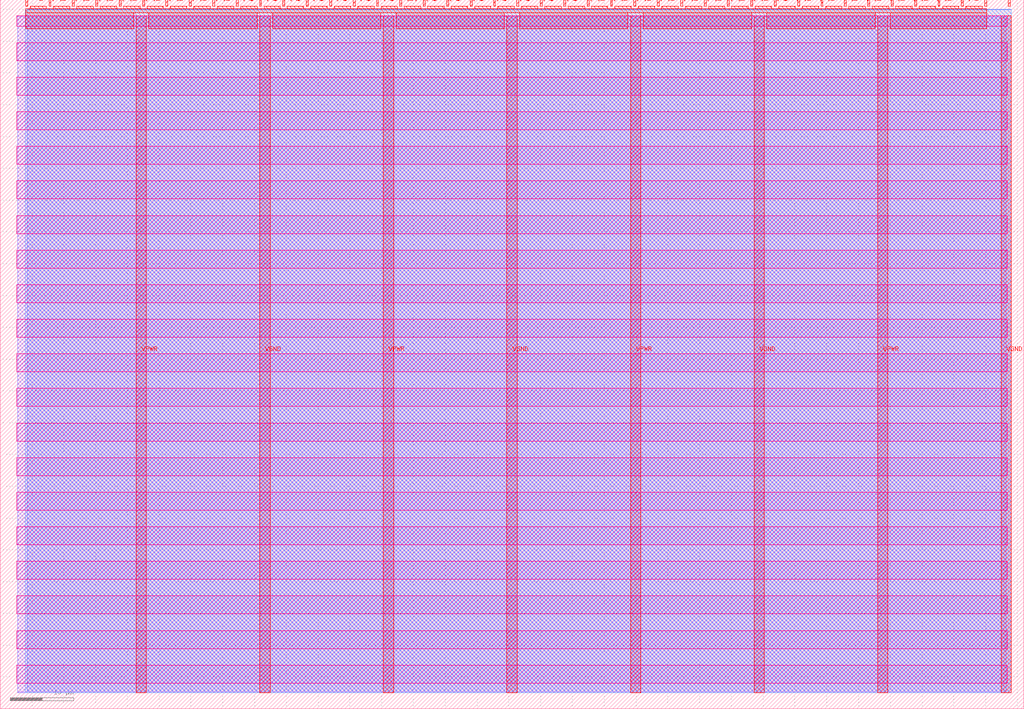
<source format=lef>
VERSION 5.7 ;
  NOWIREEXTENSIONATPIN ON ;
  DIVIDERCHAR "/" ;
  BUSBITCHARS "[]" ;
MACRO tt_um_wokwi_395055351144787969
  CLASS BLOCK ;
  FOREIGN tt_um_wokwi_395055351144787969 ;
  ORIGIN 0.000 0.000 ;
  SIZE 161.000 BY 111.520 ;
  PIN VGND
    DIRECTION INOUT ;
    USE GROUND ;
    PORT
      LAYER met4 ;
        RECT 40.830 2.480 42.430 109.040 ;
    END
    PORT
      LAYER met4 ;
        RECT 79.700 2.480 81.300 109.040 ;
    END
    PORT
      LAYER met4 ;
        RECT 118.570 2.480 120.170 109.040 ;
    END
    PORT
      LAYER met4 ;
        RECT 157.440 2.480 159.040 109.040 ;
    END
  END VGND
  PIN VPWR
    DIRECTION INOUT ;
    USE POWER ;
    PORT
      LAYER met4 ;
        RECT 21.395 2.480 22.995 109.040 ;
    END
    PORT
      LAYER met4 ;
        RECT 60.265 2.480 61.865 109.040 ;
    END
    PORT
      LAYER met4 ;
        RECT 99.135 2.480 100.735 109.040 ;
    END
    PORT
      LAYER met4 ;
        RECT 138.005 2.480 139.605 109.040 ;
    END
  END VPWR
  PIN clk
    DIRECTION INPUT ;
    USE SIGNAL ;
    ANTENNAGATEAREA 0.852000 ;
    PORT
      LAYER met4 ;
        RECT 154.870 110.520 155.170 111.520 ;
    END
  END clk
  PIN ena
    DIRECTION INPUT ;
    USE SIGNAL ;
    PORT
      LAYER met4 ;
        RECT 158.550 110.520 158.850 111.520 ;
    END
  END ena
  PIN rst_n
    DIRECTION INPUT ;
    USE SIGNAL ;
    PORT
      LAYER met4 ;
        RECT 151.190 110.520 151.490 111.520 ;
    END
  END rst_n
  PIN ui_in[0]
    DIRECTION INPUT ;
    USE SIGNAL ;
    ANTENNAGATEAREA 0.196500 ;
    PORT
      LAYER met4 ;
        RECT 147.510 110.520 147.810 111.520 ;
    END
  END ui_in[0]
  PIN ui_in[1]
    DIRECTION INPUT ;
    USE SIGNAL ;
    ANTENNAGATEAREA 0.196500 ;
    PORT
      LAYER met4 ;
        RECT 143.830 110.520 144.130 111.520 ;
    END
  END ui_in[1]
  PIN ui_in[2]
    DIRECTION INPUT ;
    USE SIGNAL ;
    PORT
      LAYER met4 ;
        RECT 140.150 110.520 140.450 111.520 ;
    END
  END ui_in[2]
  PIN ui_in[3]
    DIRECTION INPUT ;
    USE SIGNAL ;
    PORT
      LAYER met4 ;
        RECT 136.470 110.520 136.770 111.520 ;
    END
  END ui_in[3]
  PIN ui_in[4]
    DIRECTION INPUT ;
    USE SIGNAL ;
    PORT
      LAYER met4 ;
        RECT 132.790 110.520 133.090 111.520 ;
    END
  END ui_in[4]
  PIN ui_in[5]
    DIRECTION INPUT ;
    USE SIGNAL ;
    PORT
      LAYER met4 ;
        RECT 129.110 110.520 129.410 111.520 ;
    END
  END ui_in[5]
  PIN ui_in[6]
    DIRECTION INPUT ;
    USE SIGNAL ;
    PORT
      LAYER met4 ;
        RECT 125.430 110.520 125.730 111.520 ;
    END
  END ui_in[6]
  PIN ui_in[7]
    DIRECTION INPUT ;
    USE SIGNAL ;
    PORT
      LAYER met4 ;
        RECT 121.750 110.520 122.050 111.520 ;
    END
  END ui_in[7]
  PIN uio_in[0]
    DIRECTION INPUT ;
    USE SIGNAL ;
    PORT
      LAYER met4 ;
        RECT 118.070 110.520 118.370 111.520 ;
    END
  END uio_in[0]
  PIN uio_in[1]
    DIRECTION INPUT ;
    USE SIGNAL ;
    PORT
      LAYER met4 ;
        RECT 114.390 110.520 114.690 111.520 ;
    END
  END uio_in[1]
  PIN uio_in[2]
    DIRECTION INPUT ;
    USE SIGNAL ;
    PORT
      LAYER met4 ;
        RECT 110.710 110.520 111.010 111.520 ;
    END
  END uio_in[2]
  PIN uio_in[3]
    DIRECTION INPUT ;
    USE SIGNAL ;
    PORT
      LAYER met4 ;
        RECT 107.030 110.520 107.330 111.520 ;
    END
  END uio_in[3]
  PIN uio_in[4]
    DIRECTION INPUT ;
    USE SIGNAL ;
    PORT
      LAYER met4 ;
        RECT 103.350 110.520 103.650 111.520 ;
    END
  END uio_in[4]
  PIN uio_in[5]
    DIRECTION INPUT ;
    USE SIGNAL ;
    PORT
      LAYER met4 ;
        RECT 99.670 110.520 99.970 111.520 ;
    END
  END uio_in[5]
  PIN uio_in[6]
    DIRECTION INPUT ;
    USE SIGNAL ;
    PORT
      LAYER met4 ;
        RECT 95.990 110.520 96.290 111.520 ;
    END
  END uio_in[6]
  PIN uio_in[7]
    DIRECTION INPUT ;
    USE SIGNAL ;
    PORT
      LAYER met4 ;
        RECT 92.310 110.520 92.610 111.520 ;
    END
  END uio_in[7]
  PIN uio_oe[0]
    DIRECTION OUTPUT TRISTATE ;
    USE SIGNAL ;
    PORT
      LAYER met4 ;
        RECT 29.750 110.520 30.050 111.520 ;
    END
  END uio_oe[0]
  PIN uio_oe[1]
    DIRECTION OUTPUT TRISTATE ;
    USE SIGNAL ;
    PORT
      LAYER met4 ;
        RECT 26.070 110.520 26.370 111.520 ;
    END
  END uio_oe[1]
  PIN uio_oe[2]
    DIRECTION OUTPUT TRISTATE ;
    USE SIGNAL ;
    PORT
      LAYER met4 ;
        RECT 22.390 110.520 22.690 111.520 ;
    END
  END uio_oe[2]
  PIN uio_oe[3]
    DIRECTION OUTPUT TRISTATE ;
    USE SIGNAL ;
    PORT
      LAYER met4 ;
        RECT 18.710 110.520 19.010 111.520 ;
    END
  END uio_oe[3]
  PIN uio_oe[4]
    DIRECTION OUTPUT TRISTATE ;
    USE SIGNAL ;
    PORT
      LAYER met4 ;
        RECT 15.030 110.520 15.330 111.520 ;
    END
  END uio_oe[4]
  PIN uio_oe[5]
    DIRECTION OUTPUT TRISTATE ;
    USE SIGNAL ;
    PORT
      LAYER met4 ;
        RECT 11.350 110.520 11.650 111.520 ;
    END
  END uio_oe[5]
  PIN uio_oe[6]
    DIRECTION OUTPUT TRISTATE ;
    USE SIGNAL ;
    PORT
      LAYER met4 ;
        RECT 7.670 110.520 7.970 111.520 ;
    END
  END uio_oe[6]
  PIN uio_oe[7]
    DIRECTION OUTPUT TRISTATE ;
    USE SIGNAL ;
    PORT
      LAYER met4 ;
        RECT 3.990 110.520 4.290 111.520 ;
    END
  END uio_oe[7]
  PIN uio_out[0]
    DIRECTION OUTPUT TRISTATE ;
    USE SIGNAL ;
    PORT
      LAYER met4 ;
        RECT 59.190 110.520 59.490 111.520 ;
    END
  END uio_out[0]
  PIN uio_out[1]
    DIRECTION OUTPUT TRISTATE ;
    USE SIGNAL ;
    PORT
      LAYER met4 ;
        RECT 55.510 110.520 55.810 111.520 ;
    END
  END uio_out[1]
  PIN uio_out[2]
    DIRECTION OUTPUT TRISTATE ;
    USE SIGNAL ;
    PORT
      LAYER met4 ;
        RECT 51.830 110.520 52.130 111.520 ;
    END
  END uio_out[2]
  PIN uio_out[3]
    DIRECTION OUTPUT TRISTATE ;
    USE SIGNAL ;
    PORT
      LAYER met4 ;
        RECT 48.150 110.520 48.450 111.520 ;
    END
  END uio_out[3]
  PIN uio_out[4]
    DIRECTION OUTPUT TRISTATE ;
    USE SIGNAL ;
    PORT
      LAYER met4 ;
        RECT 44.470 110.520 44.770 111.520 ;
    END
  END uio_out[4]
  PIN uio_out[5]
    DIRECTION OUTPUT TRISTATE ;
    USE SIGNAL ;
    PORT
      LAYER met4 ;
        RECT 40.790 110.520 41.090 111.520 ;
    END
  END uio_out[5]
  PIN uio_out[6]
    DIRECTION OUTPUT TRISTATE ;
    USE SIGNAL ;
    PORT
      LAYER met4 ;
        RECT 37.110 110.520 37.410 111.520 ;
    END
  END uio_out[6]
  PIN uio_out[7]
    DIRECTION OUTPUT TRISTATE ;
    USE SIGNAL ;
    PORT
      LAYER met4 ;
        RECT 33.430 110.520 33.730 111.520 ;
    END
  END uio_out[7]
  PIN uo_out[0]
    DIRECTION OUTPUT TRISTATE ;
    USE SIGNAL ;
    ANTENNADIFFAREA 0.445500 ;
    PORT
      LAYER met4 ;
        RECT 88.630 110.520 88.930 111.520 ;
    END
  END uo_out[0]
  PIN uo_out[1]
    DIRECTION OUTPUT TRISTATE ;
    USE SIGNAL ;
    ANTENNADIFFAREA 0.445500 ;
    PORT
      LAYER met4 ;
        RECT 84.950 110.520 85.250 111.520 ;
    END
  END uo_out[1]
  PIN uo_out[2]
    DIRECTION OUTPUT TRISTATE ;
    USE SIGNAL ;
    ANTENNADIFFAREA 0.445500 ;
    PORT
      LAYER met4 ;
        RECT 81.270 110.520 81.570 111.520 ;
    END
  END uo_out[2]
  PIN uo_out[3]
    DIRECTION OUTPUT TRISTATE ;
    USE SIGNAL ;
    ANTENNADIFFAREA 0.445500 ;
    PORT
      LAYER met4 ;
        RECT 77.590 110.520 77.890 111.520 ;
    END
  END uo_out[3]
  PIN uo_out[4]
    DIRECTION OUTPUT TRISTATE ;
    USE SIGNAL ;
    ANTENNADIFFAREA 0.445500 ;
    PORT
      LAYER met4 ;
        RECT 73.910 110.520 74.210 111.520 ;
    END
  END uo_out[4]
  PIN uo_out[5]
    DIRECTION OUTPUT TRISTATE ;
    USE SIGNAL ;
    PORT
      LAYER met4 ;
        RECT 70.230 110.520 70.530 111.520 ;
    END
  END uo_out[5]
  PIN uo_out[6]
    DIRECTION OUTPUT TRISTATE ;
    USE SIGNAL ;
    ANTENNADIFFAREA 0.445500 ;
    PORT
      LAYER met4 ;
        RECT 66.550 110.520 66.850 111.520 ;
    END
  END uo_out[6]
  PIN uo_out[7]
    DIRECTION OUTPUT TRISTATE ;
    USE SIGNAL ;
    PORT
      LAYER met4 ;
        RECT 62.870 110.520 63.170 111.520 ;
    END
  END uo_out[7]
  OBS
      LAYER nwell ;
        RECT 2.570 107.385 158.430 108.990 ;
        RECT 2.570 101.945 158.430 104.775 ;
        RECT 2.570 96.505 158.430 99.335 ;
        RECT 2.570 91.065 158.430 93.895 ;
        RECT 2.570 85.625 158.430 88.455 ;
        RECT 2.570 80.185 158.430 83.015 ;
        RECT 2.570 74.745 158.430 77.575 ;
        RECT 2.570 69.305 158.430 72.135 ;
        RECT 2.570 63.865 158.430 66.695 ;
        RECT 2.570 58.425 158.430 61.255 ;
        RECT 2.570 52.985 158.430 55.815 ;
        RECT 2.570 47.545 158.430 50.375 ;
        RECT 2.570 42.105 158.430 44.935 ;
        RECT 2.570 36.665 158.430 39.495 ;
        RECT 2.570 31.225 158.430 34.055 ;
        RECT 2.570 25.785 158.430 28.615 ;
        RECT 2.570 20.345 158.430 23.175 ;
        RECT 2.570 14.905 158.430 17.735 ;
        RECT 2.570 9.465 158.430 12.295 ;
        RECT 2.570 4.025 158.430 6.855 ;
      LAYER li1 ;
        RECT 2.760 2.635 158.240 108.885 ;
      LAYER met1 ;
        RECT 2.760 2.480 159.040 109.040 ;
      LAYER met2 ;
        RECT 4.230 2.535 159.010 110.005 ;
      LAYER met3 ;
        RECT 3.950 2.555 159.030 109.985 ;
      LAYER met4 ;
        RECT 4.690 110.120 7.270 110.520 ;
        RECT 8.370 110.120 10.950 110.520 ;
        RECT 12.050 110.120 14.630 110.520 ;
        RECT 15.730 110.120 18.310 110.520 ;
        RECT 19.410 110.120 21.990 110.520 ;
        RECT 23.090 110.120 25.670 110.520 ;
        RECT 26.770 110.120 29.350 110.520 ;
        RECT 30.450 110.120 33.030 110.520 ;
        RECT 34.130 110.120 36.710 110.520 ;
        RECT 37.810 110.120 40.390 110.520 ;
        RECT 41.490 110.120 44.070 110.520 ;
        RECT 45.170 110.120 47.750 110.520 ;
        RECT 48.850 110.120 51.430 110.520 ;
        RECT 52.530 110.120 55.110 110.520 ;
        RECT 56.210 110.120 58.790 110.520 ;
        RECT 59.890 110.120 62.470 110.520 ;
        RECT 63.570 110.120 66.150 110.520 ;
        RECT 67.250 110.120 69.830 110.520 ;
        RECT 70.930 110.120 73.510 110.520 ;
        RECT 74.610 110.120 77.190 110.520 ;
        RECT 78.290 110.120 80.870 110.520 ;
        RECT 81.970 110.120 84.550 110.520 ;
        RECT 85.650 110.120 88.230 110.520 ;
        RECT 89.330 110.120 91.910 110.520 ;
        RECT 93.010 110.120 95.590 110.520 ;
        RECT 96.690 110.120 99.270 110.520 ;
        RECT 100.370 110.120 102.950 110.520 ;
        RECT 104.050 110.120 106.630 110.520 ;
        RECT 107.730 110.120 110.310 110.520 ;
        RECT 111.410 110.120 113.990 110.520 ;
        RECT 115.090 110.120 117.670 110.520 ;
        RECT 118.770 110.120 121.350 110.520 ;
        RECT 122.450 110.120 125.030 110.520 ;
        RECT 126.130 110.120 128.710 110.520 ;
        RECT 129.810 110.120 132.390 110.520 ;
        RECT 133.490 110.120 136.070 110.520 ;
        RECT 137.170 110.120 139.750 110.520 ;
        RECT 140.850 110.120 143.430 110.520 ;
        RECT 144.530 110.120 147.110 110.520 ;
        RECT 148.210 110.120 150.790 110.520 ;
        RECT 151.890 110.120 154.470 110.520 ;
        RECT 3.975 109.440 155.185 110.120 ;
        RECT 3.975 106.935 20.995 109.440 ;
        RECT 23.395 106.935 40.430 109.440 ;
        RECT 42.830 106.935 59.865 109.440 ;
        RECT 62.265 106.935 79.300 109.440 ;
        RECT 81.700 106.935 98.735 109.440 ;
        RECT 101.135 106.935 118.170 109.440 ;
        RECT 120.570 106.935 137.605 109.440 ;
        RECT 140.005 106.935 155.185 109.440 ;
  END
END tt_um_wokwi_395055351144787969
END LIBRARY


</source>
